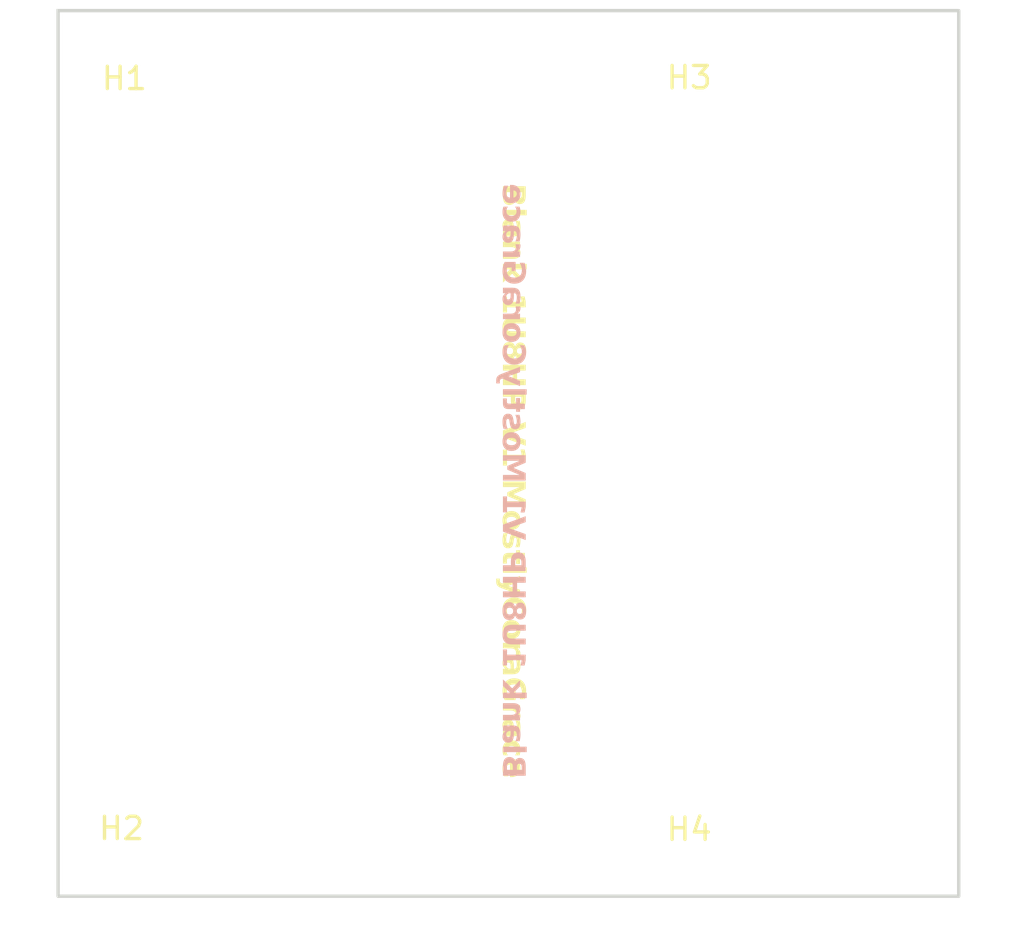
<source format=kicad_pcb>
(kicad_pcb (version 20240108) (generator "pcbnew") (generator_version "8.0")
  (layers (0 "F.Cu" signal) (31 "B.Cu" signal) (34 "B.Paste" user) (35 "F.Paste" user) (36 "B.SilkS" user "B.Silkscreen") (37 "F.SilkS" user "F.Silkscreen") (38 "B.Mask" user) (39 "F.Mask" user) (44 "Edge.Cuts" user))
  (net 0 "")
  (footprint "EXC:MountingHole_3.2mm_M3" (layer "F.Cu") (at 33.02 5.425)
    (property "Reference" "H3" (at -3.683 0 0) (layer "F.SilkS") (effects (justify right)))
    (property "Value" "Eurorack_M3_MountingHole")
    (pad "" np_thru_hole oval (at 0 0) (size 4.8 3.2) (drill oval 4.8 3.2) (layers "F&B.Cu" "*.Mask"))
  )
  (footprint "EXC:MountingHole_3.2mm_M3" (layer "F.Cu") (at 7.62 5.425)
    (property "Reference" "H1" (at -3.556 0.036 0) (layer "F.SilkS") (effects (justify right)))
    (property "Value" "Eurorack_M3_MountingHole")
    (pad "" np_thru_hole oval (at 0 0) (size 4.8 3.2) (drill oval 4.8 3.2) (layers "F&B.Cu" "*.Mask"))
  )
  (footprint "EXC:MountingHole_3.2mm_M3" (layer "F.Cu") (at 33.02 39.075)
    (property "Reference" "H4" (at -3.683 0 0) (layer "F.SilkS") (effects (justify right)))
    (property "Value" "Eurorack_M3_MountingHole")
    (pad "" np_thru_hole oval (at 0 0) (size 4.8 3.2) (drill oval 4.8 3.2) (layers "F&B.Cu" "*.Mask"))
  )
  (footprint "EXC:MountingHole_3.2mm_M3" (layer "F.Cu") (at 7.62 39.075)
    (property "Reference" "H2" (at -3.683 -0.036 0) (layer "F.SilkS") (effects (justify right)))
    (property "Value" "Eurorack_M3_MountingHole")
    (pad "" np_thru_hole oval (at 0 0) (size 4.8 3.2) (drill oval 4.8 3.2) (layers "F&B.Cu" "*.Mask"))
  )
  (gr_rect (start 0 2.425) (end 40.3 42.075) (stroke (width 0.15)) (fill none) (layer "Edge.Cuts"))
  (gr_text "Blank 1U8HP V1 MostlyCoraGrace" (at 20.32 10.16 270) (layer "B.SilkS") (effects (font (size 1 1) (thickness 0.25) (bold yes)) (justify right mirror)))
  (gr_text "Blank 1U8HP V1 MostlyCoraGrace" (at 20.32 10.16 270) (layer "F.SilkS") (effects (font (size 1 1) (thickness 0.25) (bold yes)) (justify left)))
)
</source>
